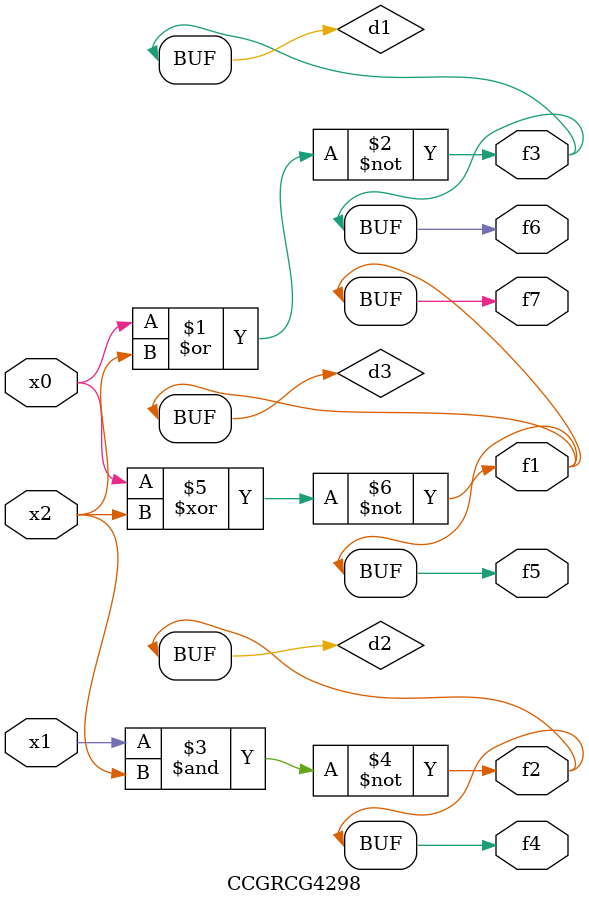
<source format=v>
module CCGRCG4298(
	input x0, x1, x2,
	output f1, f2, f3, f4, f5, f6, f7
);

	wire d1, d2, d3;

	nor (d1, x0, x2);
	nand (d2, x1, x2);
	xnor (d3, x0, x2);
	assign f1 = d3;
	assign f2 = d2;
	assign f3 = d1;
	assign f4 = d2;
	assign f5 = d3;
	assign f6 = d1;
	assign f7 = d3;
endmodule

</source>
